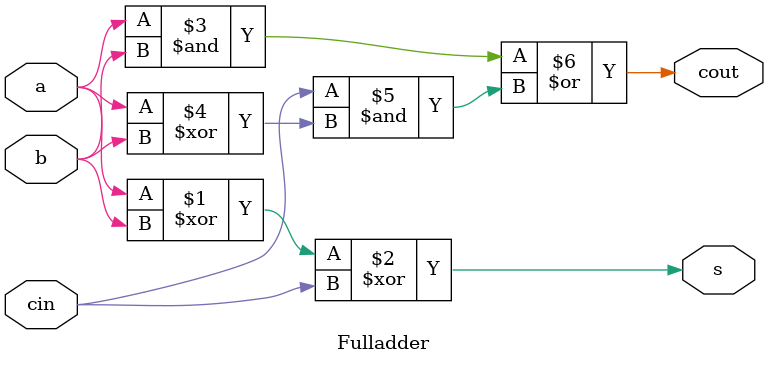
<source format=v>
module Fulladder(a,b,cin,s,cout);
input a,b,cin;
output s,cout;

assign s = (a ^ b) ^cin;
assign cout = (a&b)| cin&(a^b);

endmodule

</source>
